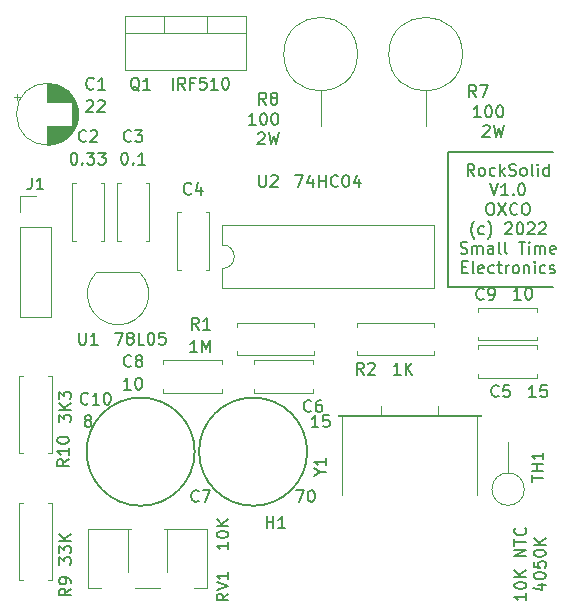
<source format=gto>
G04 #@! TF.GenerationSoftware,KiCad,Pcbnew,5.1.9+dfsg1-1*
G04 #@! TF.CreationDate,2022-09-10T10:34:51-05:00*
G04 #@! TF.ProjectId,RockSolid,526f636b-536f-46c6-9964-2e6b69636164,rev?*
G04 #@! TF.SameCoordinates,Original*
G04 #@! TF.FileFunction,Legend,Top*
G04 #@! TF.FilePolarity,Positive*
%FSLAX46Y46*%
G04 Gerber Fmt 4.6, Leading zero omitted, Abs format (unit mm)*
G04 Created by KiCad (PCBNEW 5.1.9+dfsg1-1) date 2022-09-10 10:34:51*
%MOMM*%
%LPD*%
G01*
G04 APERTURE LIST*
%ADD10C,0.150000*%
%ADD11C,0.120000*%
%ADD12O,1.702000X1.702000*%
%ADD13C,1.702000*%
%ADD14O,2.502000X2.502000*%
%ADD15C,2.502000*%
%ADD16C,2.602000*%
%ADD17C,1.602000*%
%ADD18C,1.626000*%
%ADD19O,2.007000X2.102000*%
%ADD20O,1.152000X1.602000*%
%ADD21C,2.442000*%
%ADD22O,1.802000X1.802000*%
G04 APERTURE END LIST*
D10*
X107315000Y-69215000D02*
X116205000Y-69215000D01*
X107315000Y-57785000D02*
X107315000Y-69215000D01*
X116205000Y-57785000D02*
X107315000Y-57785000D01*
X88717380Y-90860476D02*
X88717380Y-91431904D01*
X88717380Y-91146190D02*
X87717380Y-91146190D01*
X87860238Y-91241428D01*
X87955476Y-91336666D01*
X88003095Y-91431904D01*
X87717380Y-90241428D02*
X87717380Y-90146190D01*
X87765000Y-90050952D01*
X87812619Y-90003333D01*
X87907857Y-89955714D01*
X88098333Y-89908095D01*
X88336428Y-89908095D01*
X88526904Y-89955714D01*
X88622142Y-90003333D01*
X88669761Y-90050952D01*
X88717380Y-90146190D01*
X88717380Y-90241428D01*
X88669761Y-90336666D01*
X88622142Y-90384285D01*
X88526904Y-90431904D01*
X88336428Y-90479523D01*
X88098333Y-90479523D01*
X87907857Y-90431904D01*
X87812619Y-90384285D01*
X87765000Y-90336666D01*
X87717380Y-90241428D01*
X88717380Y-89479523D02*
X87717380Y-89479523D01*
X88717380Y-88908095D02*
X88145952Y-89336666D01*
X87717380Y-88908095D02*
X88288809Y-89479523D01*
X96329523Y-81097380D02*
X95758095Y-81097380D01*
X96043809Y-81097380D02*
X96043809Y-80097380D01*
X95948571Y-80240238D01*
X95853333Y-80335476D01*
X95758095Y-80383095D01*
X97234285Y-80097380D02*
X96758095Y-80097380D01*
X96710476Y-80573571D01*
X96758095Y-80525952D01*
X96853333Y-80478333D01*
X97091428Y-80478333D01*
X97186666Y-80525952D01*
X97234285Y-80573571D01*
X97281904Y-80668809D01*
X97281904Y-80906904D01*
X97234285Y-81002142D01*
X97186666Y-81049761D01*
X97091428Y-81097380D01*
X96853333Y-81097380D01*
X96758095Y-81049761D01*
X96710476Y-81002142D01*
X80454523Y-77922380D02*
X79883095Y-77922380D01*
X80168809Y-77922380D02*
X80168809Y-76922380D01*
X80073571Y-77065238D01*
X79978333Y-77160476D01*
X79883095Y-77208095D01*
X81073571Y-76922380D02*
X81168809Y-76922380D01*
X81264047Y-76970000D01*
X81311666Y-77017619D01*
X81359285Y-77112857D01*
X81406904Y-77303333D01*
X81406904Y-77541428D01*
X81359285Y-77731904D01*
X81311666Y-77827142D01*
X81264047Y-77874761D01*
X81168809Y-77922380D01*
X81073571Y-77922380D01*
X80978333Y-77874761D01*
X80930714Y-77827142D01*
X80883095Y-77731904D01*
X80835476Y-77541428D01*
X80835476Y-77303333D01*
X80883095Y-77112857D01*
X80930714Y-77017619D01*
X80978333Y-76970000D01*
X81073571Y-76922380D01*
X79883095Y-57872380D02*
X79978333Y-57872380D01*
X80073571Y-57920000D01*
X80121190Y-57967619D01*
X80168809Y-58062857D01*
X80216428Y-58253333D01*
X80216428Y-58491428D01*
X80168809Y-58681904D01*
X80121190Y-58777142D01*
X80073571Y-58824761D01*
X79978333Y-58872380D01*
X79883095Y-58872380D01*
X79787857Y-58824761D01*
X79740238Y-58777142D01*
X79692619Y-58681904D01*
X79645000Y-58491428D01*
X79645000Y-58253333D01*
X79692619Y-58062857D01*
X79740238Y-57967619D01*
X79787857Y-57920000D01*
X79883095Y-57872380D01*
X80645000Y-58777142D02*
X80692619Y-58824761D01*
X80645000Y-58872380D01*
X80597380Y-58824761D01*
X80645000Y-58777142D01*
X80645000Y-58872380D01*
X81645000Y-58872380D02*
X81073571Y-58872380D01*
X81359285Y-58872380D02*
X81359285Y-57872380D01*
X81264047Y-58015238D01*
X81168809Y-58110476D01*
X81073571Y-58158095D01*
X75596904Y-57872380D02*
X75692142Y-57872380D01*
X75787380Y-57920000D01*
X75835000Y-57967619D01*
X75882619Y-58062857D01*
X75930238Y-58253333D01*
X75930238Y-58491428D01*
X75882619Y-58681904D01*
X75835000Y-58777142D01*
X75787380Y-58824761D01*
X75692142Y-58872380D01*
X75596904Y-58872380D01*
X75501666Y-58824761D01*
X75454047Y-58777142D01*
X75406428Y-58681904D01*
X75358809Y-58491428D01*
X75358809Y-58253333D01*
X75406428Y-58062857D01*
X75454047Y-57967619D01*
X75501666Y-57920000D01*
X75596904Y-57872380D01*
X76358809Y-58777142D02*
X76406428Y-58824761D01*
X76358809Y-58872380D01*
X76311190Y-58824761D01*
X76358809Y-58777142D01*
X76358809Y-58872380D01*
X76739761Y-57872380D02*
X77358809Y-57872380D01*
X77025476Y-58253333D01*
X77168333Y-58253333D01*
X77263571Y-58300952D01*
X77311190Y-58348571D01*
X77358809Y-58443809D01*
X77358809Y-58681904D01*
X77311190Y-58777142D01*
X77263571Y-58824761D01*
X77168333Y-58872380D01*
X76882619Y-58872380D01*
X76787380Y-58824761D01*
X76739761Y-58777142D01*
X77692142Y-57872380D02*
X78311190Y-57872380D01*
X77977857Y-58253333D01*
X78120714Y-58253333D01*
X78215952Y-58300952D01*
X78263571Y-58348571D01*
X78311190Y-58443809D01*
X78311190Y-58681904D01*
X78263571Y-58777142D01*
X78215952Y-58824761D01*
X78120714Y-58872380D01*
X77835000Y-58872380D01*
X77739761Y-58824761D01*
X77692142Y-58777142D01*
X76708095Y-53522619D02*
X76755714Y-53475000D01*
X76850952Y-53427380D01*
X77089047Y-53427380D01*
X77184285Y-53475000D01*
X77231904Y-53522619D01*
X77279523Y-53617857D01*
X77279523Y-53713095D01*
X77231904Y-53855952D01*
X76660476Y-54427380D01*
X77279523Y-54427380D01*
X77660476Y-53522619D02*
X77708095Y-53475000D01*
X77803333Y-53427380D01*
X78041428Y-53427380D01*
X78136666Y-53475000D01*
X78184285Y-53522619D01*
X78231904Y-53617857D01*
X78231904Y-53713095D01*
X78184285Y-53855952D01*
X77612857Y-54427380D01*
X78231904Y-54427380D01*
X94440476Y-86447380D02*
X95107142Y-86447380D01*
X94678571Y-87447380D01*
X95678571Y-86447380D02*
X95773809Y-86447380D01*
X95869047Y-86495000D01*
X95916666Y-86542619D01*
X95964285Y-86637857D01*
X96011904Y-86828333D01*
X96011904Y-87066428D01*
X95964285Y-87256904D01*
X95916666Y-87352142D01*
X95869047Y-87399761D01*
X95773809Y-87447380D01*
X95678571Y-87447380D01*
X95583333Y-87399761D01*
X95535714Y-87352142D01*
X95488095Y-87256904D01*
X95440476Y-87066428D01*
X95440476Y-86828333D01*
X95488095Y-86637857D01*
X95535714Y-86542619D01*
X95583333Y-86495000D01*
X95678571Y-86447380D01*
X76739761Y-80525952D02*
X76644523Y-80478333D01*
X76596904Y-80430714D01*
X76549285Y-80335476D01*
X76549285Y-80287857D01*
X76596904Y-80192619D01*
X76644523Y-80145000D01*
X76739761Y-80097380D01*
X76930238Y-80097380D01*
X77025476Y-80145000D01*
X77073095Y-80192619D01*
X77120714Y-80287857D01*
X77120714Y-80335476D01*
X77073095Y-80430714D01*
X77025476Y-80478333D01*
X76930238Y-80525952D01*
X76739761Y-80525952D01*
X76644523Y-80573571D01*
X76596904Y-80621190D01*
X76549285Y-80716428D01*
X76549285Y-80906904D01*
X76596904Y-81002142D01*
X76644523Y-81049761D01*
X76739761Y-81097380D01*
X76930238Y-81097380D01*
X77025476Y-81049761D01*
X77073095Y-81002142D01*
X77120714Y-80906904D01*
X77120714Y-80716428D01*
X77073095Y-80621190D01*
X77025476Y-80573571D01*
X76930238Y-80525952D01*
X74382380Y-80684523D02*
X74382380Y-80065476D01*
X74763333Y-80398809D01*
X74763333Y-80255952D01*
X74810952Y-80160714D01*
X74858571Y-80113095D01*
X74953809Y-80065476D01*
X75191904Y-80065476D01*
X75287142Y-80113095D01*
X75334761Y-80160714D01*
X75382380Y-80255952D01*
X75382380Y-80541666D01*
X75334761Y-80636904D01*
X75287142Y-80684523D01*
X75382380Y-79636904D02*
X74382380Y-79636904D01*
X75382380Y-79065476D02*
X74810952Y-79494047D01*
X74382380Y-79065476D02*
X74953809Y-79636904D01*
X74382380Y-78732142D02*
X74382380Y-78113095D01*
X74763333Y-78446428D01*
X74763333Y-78303571D01*
X74810952Y-78208333D01*
X74858571Y-78160714D01*
X74953809Y-78113095D01*
X75191904Y-78113095D01*
X75287142Y-78160714D01*
X75334761Y-78208333D01*
X75382380Y-78303571D01*
X75382380Y-78589285D01*
X75334761Y-78684523D01*
X75287142Y-78732142D01*
X74382380Y-92749523D02*
X74382380Y-92130476D01*
X74763333Y-92463809D01*
X74763333Y-92320952D01*
X74810952Y-92225714D01*
X74858571Y-92178095D01*
X74953809Y-92130476D01*
X75191904Y-92130476D01*
X75287142Y-92178095D01*
X75334761Y-92225714D01*
X75382380Y-92320952D01*
X75382380Y-92606666D01*
X75334761Y-92701904D01*
X75287142Y-92749523D01*
X74382380Y-91797142D02*
X74382380Y-91178095D01*
X74763333Y-91511428D01*
X74763333Y-91368571D01*
X74810952Y-91273333D01*
X74858571Y-91225714D01*
X74953809Y-91178095D01*
X75191904Y-91178095D01*
X75287142Y-91225714D01*
X75334761Y-91273333D01*
X75382380Y-91368571D01*
X75382380Y-91654285D01*
X75334761Y-91749523D01*
X75287142Y-91797142D01*
X75382380Y-90749523D02*
X74382380Y-90749523D01*
X75382380Y-90178095D02*
X74810952Y-90606666D01*
X74382380Y-90178095D02*
X74953809Y-90749523D01*
X86074285Y-74747380D02*
X85502857Y-74747380D01*
X85788571Y-74747380D02*
X85788571Y-73747380D01*
X85693333Y-73890238D01*
X85598095Y-73985476D01*
X85502857Y-74033095D01*
X86502857Y-74747380D02*
X86502857Y-73747380D01*
X86836190Y-74461666D01*
X87169523Y-73747380D01*
X87169523Y-74747380D01*
X103290714Y-76652380D02*
X102719285Y-76652380D01*
X103005000Y-76652380D02*
X103005000Y-75652380D01*
X102909761Y-75795238D01*
X102814523Y-75890476D01*
X102719285Y-75938095D01*
X103719285Y-76652380D02*
X103719285Y-75652380D01*
X104290714Y-76652380D02*
X103862142Y-76080952D01*
X104290714Y-75652380D02*
X103719285Y-76223809D01*
X113474523Y-70302380D02*
X112903095Y-70302380D01*
X113188809Y-70302380D02*
X113188809Y-69302380D01*
X113093571Y-69445238D01*
X112998333Y-69540476D01*
X112903095Y-69588095D01*
X114093571Y-69302380D02*
X114188809Y-69302380D01*
X114284047Y-69350000D01*
X114331666Y-69397619D01*
X114379285Y-69492857D01*
X114426904Y-69683333D01*
X114426904Y-69921428D01*
X114379285Y-70111904D01*
X114331666Y-70207142D01*
X114284047Y-70254761D01*
X114188809Y-70302380D01*
X114093571Y-70302380D01*
X113998333Y-70254761D01*
X113950714Y-70207142D01*
X113903095Y-70111904D01*
X113855476Y-69921428D01*
X113855476Y-69683333D01*
X113903095Y-69492857D01*
X113950714Y-69397619D01*
X113998333Y-69350000D01*
X114093571Y-69302380D01*
X114744523Y-78557380D02*
X114173095Y-78557380D01*
X114458809Y-78557380D02*
X114458809Y-77557380D01*
X114363571Y-77700238D01*
X114268333Y-77795476D01*
X114173095Y-77843095D01*
X115649285Y-77557380D02*
X115173095Y-77557380D01*
X115125476Y-78033571D01*
X115173095Y-77985952D01*
X115268333Y-77938333D01*
X115506428Y-77938333D01*
X115601666Y-77985952D01*
X115649285Y-78033571D01*
X115696904Y-78128809D01*
X115696904Y-78366904D01*
X115649285Y-78462142D01*
X115601666Y-78509761D01*
X115506428Y-78557380D01*
X115268333Y-78557380D01*
X115173095Y-78509761D01*
X115125476Y-78462142D01*
X79113333Y-73112380D02*
X79780000Y-73112380D01*
X79351428Y-74112380D01*
X80303809Y-73540952D02*
X80208571Y-73493333D01*
X80160952Y-73445714D01*
X80113333Y-73350476D01*
X80113333Y-73302857D01*
X80160952Y-73207619D01*
X80208571Y-73160000D01*
X80303809Y-73112380D01*
X80494285Y-73112380D01*
X80589523Y-73160000D01*
X80637142Y-73207619D01*
X80684761Y-73302857D01*
X80684761Y-73350476D01*
X80637142Y-73445714D01*
X80589523Y-73493333D01*
X80494285Y-73540952D01*
X80303809Y-73540952D01*
X80208571Y-73588571D01*
X80160952Y-73636190D01*
X80113333Y-73731428D01*
X80113333Y-73921904D01*
X80160952Y-74017142D01*
X80208571Y-74064761D01*
X80303809Y-74112380D01*
X80494285Y-74112380D01*
X80589523Y-74064761D01*
X80637142Y-74017142D01*
X80684761Y-73921904D01*
X80684761Y-73731428D01*
X80637142Y-73636190D01*
X80589523Y-73588571D01*
X80494285Y-73540952D01*
X81589523Y-74112380D02*
X81113333Y-74112380D01*
X81113333Y-73112380D01*
X82113333Y-73112380D02*
X82208571Y-73112380D01*
X82303809Y-73160000D01*
X82351428Y-73207619D01*
X82399047Y-73302857D01*
X82446666Y-73493333D01*
X82446666Y-73731428D01*
X82399047Y-73921904D01*
X82351428Y-74017142D01*
X82303809Y-74064761D01*
X82208571Y-74112380D01*
X82113333Y-74112380D01*
X82018095Y-74064761D01*
X81970476Y-74017142D01*
X81922857Y-73921904D01*
X81875238Y-73731428D01*
X81875238Y-73493333D01*
X81922857Y-73302857D01*
X81970476Y-73207619D01*
X82018095Y-73160000D01*
X82113333Y-73112380D01*
X83351428Y-73112380D02*
X82875238Y-73112380D01*
X82827619Y-73588571D01*
X82875238Y-73540952D01*
X82970476Y-73493333D01*
X83208571Y-73493333D01*
X83303809Y-73540952D01*
X83351428Y-73588571D01*
X83399047Y-73683809D01*
X83399047Y-73921904D01*
X83351428Y-74017142D01*
X83303809Y-74064761D01*
X83208571Y-74112380D01*
X82970476Y-74112380D01*
X82875238Y-74064761D01*
X82827619Y-74017142D01*
X113927380Y-95186190D02*
X113927380Y-95757619D01*
X113927380Y-95471904D02*
X112927380Y-95471904D01*
X113070238Y-95567142D01*
X113165476Y-95662380D01*
X113213095Y-95757619D01*
X112927380Y-94567142D02*
X112927380Y-94471904D01*
X112975000Y-94376666D01*
X113022619Y-94329047D01*
X113117857Y-94281428D01*
X113308333Y-94233809D01*
X113546428Y-94233809D01*
X113736904Y-94281428D01*
X113832142Y-94329047D01*
X113879761Y-94376666D01*
X113927380Y-94471904D01*
X113927380Y-94567142D01*
X113879761Y-94662380D01*
X113832142Y-94710000D01*
X113736904Y-94757619D01*
X113546428Y-94805238D01*
X113308333Y-94805238D01*
X113117857Y-94757619D01*
X113022619Y-94710000D01*
X112975000Y-94662380D01*
X112927380Y-94567142D01*
X113927380Y-93805238D02*
X112927380Y-93805238D01*
X113927380Y-93233809D02*
X113355952Y-93662380D01*
X112927380Y-93233809D02*
X113498809Y-93805238D01*
X113927380Y-92043333D02*
X112927380Y-92043333D01*
X113927380Y-91471904D01*
X112927380Y-91471904D01*
X112927380Y-91138571D02*
X112927380Y-90567142D01*
X113927380Y-90852857D02*
X112927380Y-90852857D01*
X113832142Y-89662380D02*
X113879761Y-89710000D01*
X113927380Y-89852857D01*
X113927380Y-89948095D01*
X113879761Y-90090952D01*
X113784523Y-90186190D01*
X113689285Y-90233809D01*
X113498809Y-90281428D01*
X113355952Y-90281428D01*
X113165476Y-90233809D01*
X113070238Y-90186190D01*
X112975000Y-90090952D01*
X112927380Y-89948095D01*
X112927380Y-89852857D01*
X112975000Y-89710000D01*
X113022619Y-89662380D01*
X114910714Y-94448095D02*
X115577380Y-94448095D01*
X114529761Y-94686190D02*
X115244047Y-94924285D01*
X115244047Y-94305238D01*
X114577380Y-93733809D02*
X114577380Y-93638571D01*
X114625000Y-93543333D01*
X114672619Y-93495714D01*
X114767857Y-93448095D01*
X114958333Y-93400476D01*
X115196428Y-93400476D01*
X115386904Y-93448095D01*
X115482142Y-93495714D01*
X115529761Y-93543333D01*
X115577380Y-93638571D01*
X115577380Y-93733809D01*
X115529761Y-93829047D01*
X115482142Y-93876666D01*
X115386904Y-93924285D01*
X115196428Y-93971904D01*
X114958333Y-93971904D01*
X114767857Y-93924285D01*
X114672619Y-93876666D01*
X114625000Y-93829047D01*
X114577380Y-93733809D01*
X114577380Y-92495714D02*
X114577380Y-92971904D01*
X115053571Y-93019523D01*
X115005952Y-92971904D01*
X114958333Y-92876666D01*
X114958333Y-92638571D01*
X115005952Y-92543333D01*
X115053571Y-92495714D01*
X115148809Y-92448095D01*
X115386904Y-92448095D01*
X115482142Y-92495714D01*
X115529761Y-92543333D01*
X115577380Y-92638571D01*
X115577380Y-92876666D01*
X115529761Y-92971904D01*
X115482142Y-93019523D01*
X114577380Y-91829047D02*
X114577380Y-91733809D01*
X114625000Y-91638571D01*
X114672619Y-91590952D01*
X114767857Y-91543333D01*
X114958333Y-91495714D01*
X115196428Y-91495714D01*
X115386904Y-91543333D01*
X115482142Y-91590952D01*
X115529761Y-91638571D01*
X115577380Y-91733809D01*
X115577380Y-91829047D01*
X115529761Y-91924285D01*
X115482142Y-91971904D01*
X115386904Y-92019523D01*
X115196428Y-92067142D01*
X114958333Y-92067142D01*
X114767857Y-92019523D01*
X114672619Y-91971904D01*
X114625000Y-91924285D01*
X114577380Y-91829047D01*
X115577380Y-91067142D02*
X114577380Y-91067142D01*
X115577380Y-90495714D02*
X115005952Y-90924285D01*
X114577380Y-90495714D02*
X115148809Y-91067142D01*
X94369285Y-59777380D02*
X95035952Y-59777380D01*
X94607380Y-60777380D01*
X95845476Y-60110714D02*
X95845476Y-60777380D01*
X95607380Y-59729761D02*
X95369285Y-60444047D01*
X95988333Y-60444047D01*
X96369285Y-60777380D02*
X96369285Y-59777380D01*
X96369285Y-60253571D02*
X96940714Y-60253571D01*
X96940714Y-60777380D02*
X96940714Y-59777380D01*
X97988333Y-60682142D02*
X97940714Y-60729761D01*
X97797857Y-60777380D01*
X97702619Y-60777380D01*
X97559761Y-60729761D01*
X97464523Y-60634523D01*
X97416904Y-60539285D01*
X97369285Y-60348809D01*
X97369285Y-60205952D01*
X97416904Y-60015476D01*
X97464523Y-59920238D01*
X97559761Y-59825000D01*
X97702619Y-59777380D01*
X97797857Y-59777380D01*
X97940714Y-59825000D01*
X97988333Y-59872619D01*
X98607380Y-59777380D02*
X98702619Y-59777380D01*
X98797857Y-59825000D01*
X98845476Y-59872619D01*
X98893095Y-59967857D01*
X98940714Y-60158333D01*
X98940714Y-60396428D01*
X98893095Y-60586904D01*
X98845476Y-60682142D01*
X98797857Y-60729761D01*
X98702619Y-60777380D01*
X98607380Y-60777380D01*
X98512142Y-60729761D01*
X98464523Y-60682142D01*
X98416904Y-60586904D01*
X98369285Y-60396428D01*
X98369285Y-60158333D01*
X98416904Y-59967857D01*
X98464523Y-59872619D01*
X98512142Y-59825000D01*
X98607380Y-59777380D01*
X99797857Y-60110714D02*
X99797857Y-60777380D01*
X99559761Y-59729761D02*
X99321666Y-60444047D01*
X99940714Y-60444047D01*
X110077380Y-54872380D02*
X109505952Y-54872380D01*
X109791666Y-54872380D02*
X109791666Y-53872380D01*
X109696428Y-54015238D01*
X109601190Y-54110476D01*
X109505952Y-54158095D01*
X110696428Y-53872380D02*
X110791666Y-53872380D01*
X110886904Y-53920000D01*
X110934523Y-53967619D01*
X110982142Y-54062857D01*
X111029761Y-54253333D01*
X111029761Y-54491428D01*
X110982142Y-54681904D01*
X110934523Y-54777142D01*
X110886904Y-54824761D01*
X110791666Y-54872380D01*
X110696428Y-54872380D01*
X110601190Y-54824761D01*
X110553571Y-54777142D01*
X110505952Y-54681904D01*
X110458333Y-54491428D01*
X110458333Y-54253333D01*
X110505952Y-54062857D01*
X110553571Y-53967619D01*
X110601190Y-53920000D01*
X110696428Y-53872380D01*
X111648809Y-53872380D02*
X111744047Y-53872380D01*
X111839285Y-53920000D01*
X111886904Y-53967619D01*
X111934523Y-54062857D01*
X111982142Y-54253333D01*
X111982142Y-54491428D01*
X111934523Y-54681904D01*
X111886904Y-54777142D01*
X111839285Y-54824761D01*
X111744047Y-54872380D01*
X111648809Y-54872380D01*
X111553571Y-54824761D01*
X111505952Y-54777142D01*
X111458333Y-54681904D01*
X111410714Y-54491428D01*
X111410714Y-54253333D01*
X111458333Y-54062857D01*
X111505952Y-53967619D01*
X111553571Y-53920000D01*
X111648809Y-53872380D01*
X110267857Y-55617619D02*
X110315476Y-55570000D01*
X110410714Y-55522380D01*
X110648809Y-55522380D01*
X110744047Y-55570000D01*
X110791666Y-55617619D01*
X110839285Y-55712857D01*
X110839285Y-55808095D01*
X110791666Y-55950952D01*
X110220238Y-56522380D01*
X110839285Y-56522380D01*
X111172619Y-55522380D02*
X111410714Y-56522380D01*
X111601190Y-55808095D01*
X111791666Y-56522380D01*
X112029761Y-55522380D01*
X91027380Y-55507380D02*
X90455952Y-55507380D01*
X90741666Y-55507380D02*
X90741666Y-54507380D01*
X90646428Y-54650238D01*
X90551190Y-54745476D01*
X90455952Y-54793095D01*
X91646428Y-54507380D02*
X91741666Y-54507380D01*
X91836904Y-54555000D01*
X91884523Y-54602619D01*
X91932142Y-54697857D01*
X91979761Y-54888333D01*
X91979761Y-55126428D01*
X91932142Y-55316904D01*
X91884523Y-55412142D01*
X91836904Y-55459761D01*
X91741666Y-55507380D01*
X91646428Y-55507380D01*
X91551190Y-55459761D01*
X91503571Y-55412142D01*
X91455952Y-55316904D01*
X91408333Y-55126428D01*
X91408333Y-54888333D01*
X91455952Y-54697857D01*
X91503571Y-54602619D01*
X91551190Y-54555000D01*
X91646428Y-54507380D01*
X92598809Y-54507380D02*
X92694047Y-54507380D01*
X92789285Y-54555000D01*
X92836904Y-54602619D01*
X92884523Y-54697857D01*
X92932142Y-54888333D01*
X92932142Y-55126428D01*
X92884523Y-55316904D01*
X92836904Y-55412142D01*
X92789285Y-55459761D01*
X92694047Y-55507380D01*
X92598809Y-55507380D01*
X92503571Y-55459761D01*
X92455952Y-55412142D01*
X92408333Y-55316904D01*
X92360714Y-55126428D01*
X92360714Y-54888333D01*
X92408333Y-54697857D01*
X92455952Y-54602619D01*
X92503571Y-54555000D01*
X92598809Y-54507380D01*
X91217857Y-56252619D02*
X91265476Y-56205000D01*
X91360714Y-56157380D01*
X91598809Y-56157380D01*
X91694047Y-56205000D01*
X91741666Y-56252619D01*
X91789285Y-56347857D01*
X91789285Y-56443095D01*
X91741666Y-56585952D01*
X91170238Y-57157380D01*
X91789285Y-57157380D01*
X92122619Y-56157380D02*
X92360714Y-57157380D01*
X92551190Y-56443095D01*
X92741666Y-57157380D01*
X92979761Y-56157380D01*
X84002857Y-52522380D02*
X84002857Y-51522380D01*
X85050476Y-52522380D02*
X84717142Y-52046190D01*
X84479047Y-52522380D02*
X84479047Y-51522380D01*
X84860000Y-51522380D01*
X84955238Y-51570000D01*
X85002857Y-51617619D01*
X85050476Y-51712857D01*
X85050476Y-51855714D01*
X85002857Y-51950952D01*
X84955238Y-51998571D01*
X84860000Y-52046190D01*
X84479047Y-52046190D01*
X85812380Y-51998571D02*
X85479047Y-51998571D01*
X85479047Y-52522380D02*
X85479047Y-51522380D01*
X85955238Y-51522380D01*
X86812380Y-51522380D02*
X86336190Y-51522380D01*
X86288571Y-51998571D01*
X86336190Y-51950952D01*
X86431428Y-51903333D01*
X86669523Y-51903333D01*
X86764761Y-51950952D01*
X86812380Y-51998571D01*
X86860000Y-52093809D01*
X86860000Y-52331904D01*
X86812380Y-52427142D01*
X86764761Y-52474761D01*
X86669523Y-52522380D01*
X86431428Y-52522380D01*
X86336190Y-52474761D01*
X86288571Y-52427142D01*
X87812380Y-52522380D02*
X87240952Y-52522380D01*
X87526666Y-52522380D02*
X87526666Y-51522380D01*
X87431428Y-51665238D01*
X87336190Y-51760476D01*
X87240952Y-51808095D01*
X88431428Y-51522380D02*
X88526666Y-51522380D01*
X88621904Y-51570000D01*
X88669523Y-51617619D01*
X88717142Y-51712857D01*
X88764761Y-51903333D01*
X88764761Y-52141428D01*
X88717142Y-52331904D01*
X88669523Y-52427142D01*
X88621904Y-52474761D01*
X88526666Y-52522380D01*
X88431428Y-52522380D01*
X88336190Y-52474761D01*
X88288571Y-52427142D01*
X88240952Y-52331904D01*
X88193333Y-52141428D01*
X88193333Y-51903333D01*
X88240952Y-51712857D01*
X88288571Y-51617619D01*
X88336190Y-51570000D01*
X88431428Y-51522380D01*
X109537857Y-59827380D02*
X109204523Y-59351190D01*
X108966428Y-59827380D02*
X108966428Y-58827380D01*
X109347380Y-58827380D01*
X109442619Y-58875000D01*
X109490238Y-58922619D01*
X109537857Y-59017857D01*
X109537857Y-59160714D01*
X109490238Y-59255952D01*
X109442619Y-59303571D01*
X109347380Y-59351190D01*
X108966428Y-59351190D01*
X110109285Y-59827380D02*
X110014047Y-59779761D01*
X109966428Y-59732142D01*
X109918809Y-59636904D01*
X109918809Y-59351190D01*
X109966428Y-59255952D01*
X110014047Y-59208333D01*
X110109285Y-59160714D01*
X110252142Y-59160714D01*
X110347380Y-59208333D01*
X110395000Y-59255952D01*
X110442619Y-59351190D01*
X110442619Y-59636904D01*
X110395000Y-59732142D01*
X110347380Y-59779761D01*
X110252142Y-59827380D01*
X110109285Y-59827380D01*
X111299761Y-59779761D02*
X111204523Y-59827380D01*
X111014047Y-59827380D01*
X110918809Y-59779761D01*
X110871190Y-59732142D01*
X110823571Y-59636904D01*
X110823571Y-59351190D01*
X110871190Y-59255952D01*
X110918809Y-59208333D01*
X111014047Y-59160714D01*
X111204523Y-59160714D01*
X111299761Y-59208333D01*
X111728333Y-59827380D02*
X111728333Y-58827380D01*
X111823571Y-59446428D02*
X112109285Y-59827380D01*
X112109285Y-59160714D02*
X111728333Y-59541666D01*
X112490238Y-59779761D02*
X112633095Y-59827380D01*
X112871190Y-59827380D01*
X112966428Y-59779761D01*
X113014047Y-59732142D01*
X113061666Y-59636904D01*
X113061666Y-59541666D01*
X113014047Y-59446428D01*
X112966428Y-59398809D01*
X112871190Y-59351190D01*
X112680714Y-59303571D01*
X112585476Y-59255952D01*
X112537857Y-59208333D01*
X112490238Y-59113095D01*
X112490238Y-59017857D01*
X112537857Y-58922619D01*
X112585476Y-58875000D01*
X112680714Y-58827380D01*
X112918809Y-58827380D01*
X113061666Y-58875000D01*
X113633095Y-59827380D02*
X113537857Y-59779761D01*
X113490238Y-59732142D01*
X113442619Y-59636904D01*
X113442619Y-59351190D01*
X113490238Y-59255952D01*
X113537857Y-59208333D01*
X113633095Y-59160714D01*
X113775952Y-59160714D01*
X113871190Y-59208333D01*
X113918809Y-59255952D01*
X113966428Y-59351190D01*
X113966428Y-59636904D01*
X113918809Y-59732142D01*
X113871190Y-59779761D01*
X113775952Y-59827380D01*
X113633095Y-59827380D01*
X114537857Y-59827380D02*
X114442619Y-59779761D01*
X114395000Y-59684523D01*
X114395000Y-58827380D01*
X114918809Y-59827380D02*
X114918809Y-59160714D01*
X114918809Y-58827380D02*
X114871190Y-58875000D01*
X114918809Y-58922619D01*
X114966428Y-58875000D01*
X114918809Y-58827380D01*
X114918809Y-58922619D01*
X115823571Y-59827380D02*
X115823571Y-58827380D01*
X115823571Y-59779761D02*
X115728333Y-59827380D01*
X115537857Y-59827380D01*
X115442619Y-59779761D01*
X115395000Y-59732142D01*
X115347380Y-59636904D01*
X115347380Y-59351190D01*
X115395000Y-59255952D01*
X115442619Y-59208333D01*
X115537857Y-59160714D01*
X115728333Y-59160714D01*
X115823571Y-59208333D01*
X110871190Y-60477380D02*
X111204523Y-61477380D01*
X111537857Y-60477380D01*
X112395000Y-61477380D02*
X111823571Y-61477380D01*
X112109285Y-61477380D02*
X112109285Y-60477380D01*
X112014047Y-60620238D01*
X111918809Y-60715476D01*
X111823571Y-60763095D01*
X112823571Y-61382142D02*
X112871190Y-61429761D01*
X112823571Y-61477380D01*
X112775952Y-61429761D01*
X112823571Y-61382142D01*
X112823571Y-61477380D01*
X113490238Y-60477380D02*
X113585476Y-60477380D01*
X113680714Y-60525000D01*
X113728333Y-60572619D01*
X113775952Y-60667857D01*
X113823571Y-60858333D01*
X113823571Y-61096428D01*
X113775952Y-61286904D01*
X113728333Y-61382142D01*
X113680714Y-61429761D01*
X113585476Y-61477380D01*
X113490238Y-61477380D01*
X113395000Y-61429761D01*
X113347380Y-61382142D01*
X113299761Y-61286904D01*
X113252142Y-61096428D01*
X113252142Y-60858333D01*
X113299761Y-60667857D01*
X113347380Y-60572619D01*
X113395000Y-60525000D01*
X113490238Y-60477380D01*
X110799761Y-62127380D02*
X110990238Y-62127380D01*
X111085476Y-62175000D01*
X111180714Y-62270238D01*
X111228333Y-62460714D01*
X111228333Y-62794047D01*
X111180714Y-62984523D01*
X111085476Y-63079761D01*
X110990238Y-63127380D01*
X110799761Y-63127380D01*
X110704523Y-63079761D01*
X110609285Y-62984523D01*
X110561666Y-62794047D01*
X110561666Y-62460714D01*
X110609285Y-62270238D01*
X110704523Y-62175000D01*
X110799761Y-62127380D01*
X111561666Y-62127380D02*
X112228333Y-63127380D01*
X112228333Y-62127380D02*
X111561666Y-63127380D01*
X113180714Y-63032142D02*
X113133095Y-63079761D01*
X112990238Y-63127380D01*
X112895000Y-63127380D01*
X112752142Y-63079761D01*
X112656904Y-62984523D01*
X112609285Y-62889285D01*
X112561666Y-62698809D01*
X112561666Y-62555952D01*
X112609285Y-62365476D01*
X112656904Y-62270238D01*
X112752142Y-62175000D01*
X112895000Y-62127380D01*
X112990238Y-62127380D01*
X113133095Y-62175000D01*
X113180714Y-62222619D01*
X113799761Y-62127380D02*
X113990238Y-62127380D01*
X114085476Y-62175000D01*
X114180714Y-62270238D01*
X114228333Y-62460714D01*
X114228333Y-62794047D01*
X114180714Y-62984523D01*
X114085476Y-63079761D01*
X113990238Y-63127380D01*
X113799761Y-63127380D01*
X113704523Y-63079761D01*
X113609285Y-62984523D01*
X113561666Y-62794047D01*
X113561666Y-62460714D01*
X113609285Y-62270238D01*
X113704523Y-62175000D01*
X113799761Y-62127380D01*
X109537857Y-65158333D02*
X109490238Y-65110714D01*
X109395000Y-64967857D01*
X109347380Y-64872619D01*
X109299761Y-64729761D01*
X109252142Y-64491666D01*
X109252142Y-64301190D01*
X109299761Y-64063095D01*
X109347380Y-63920238D01*
X109395000Y-63825000D01*
X109490238Y-63682142D01*
X109537857Y-63634523D01*
X110347380Y-64729761D02*
X110252142Y-64777380D01*
X110061666Y-64777380D01*
X109966428Y-64729761D01*
X109918809Y-64682142D01*
X109871190Y-64586904D01*
X109871190Y-64301190D01*
X109918809Y-64205952D01*
X109966428Y-64158333D01*
X110061666Y-64110714D01*
X110252142Y-64110714D01*
X110347380Y-64158333D01*
X110680714Y-65158333D02*
X110728333Y-65110714D01*
X110823571Y-64967857D01*
X110871190Y-64872619D01*
X110918809Y-64729761D01*
X110966428Y-64491666D01*
X110966428Y-64301190D01*
X110918809Y-64063095D01*
X110871190Y-63920238D01*
X110823571Y-63825000D01*
X110728333Y-63682142D01*
X110680714Y-63634523D01*
X112156904Y-63872619D02*
X112204523Y-63825000D01*
X112299761Y-63777380D01*
X112537857Y-63777380D01*
X112633095Y-63825000D01*
X112680714Y-63872619D01*
X112728333Y-63967857D01*
X112728333Y-64063095D01*
X112680714Y-64205952D01*
X112109285Y-64777380D01*
X112728333Y-64777380D01*
X113347380Y-63777380D02*
X113442619Y-63777380D01*
X113537857Y-63825000D01*
X113585476Y-63872619D01*
X113633095Y-63967857D01*
X113680714Y-64158333D01*
X113680714Y-64396428D01*
X113633095Y-64586904D01*
X113585476Y-64682142D01*
X113537857Y-64729761D01*
X113442619Y-64777380D01*
X113347380Y-64777380D01*
X113252142Y-64729761D01*
X113204523Y-64682142D01*
X113156904Y-64586904D01*
X113109285Y-64396428D01*
X113109285Y-64158333D01*
X113156904Y-63967857D01*
X113204523Y-63872619D01*
X113252142Y-63825000D01*
X113347380Y-63777380D01*
X114061666Y-63872619D02*
X114109285Y-63825000D01*
X114204523Y-63777380D01*
X114442619Y-63777380D01*
X114537857Y-63825000D01*
X114585476Y-63872619D01*
X114633095Y-63967857D01*
X114633095Y-64063095D01*
X114585476Y-64205952D01*
X114014047Y-64777380D01*
X114633095Y-64777380D01*
X115014047Y-63872619D02*
X115061666Y-63825000D01*
X115156904Y-63777380D01*
X115395000Y-63777380D01*
X115490238Y-63825000D01*
X115537857Y-63872619D01*
X115585476Y-63967857D01*
X115585476Y-64063095D01*
X115537857Y-64205952D01*
X114966428Y-64777380D01*
X115585476Y-64777380D01*
X108371190Y-66379761D02*
X108514047Y-66427380D01*
X108752142Y-66427380D01*
X108847380Y-66379761D01*
X108895000Y-66332142D01*
X108942619Y-66236904D01*
X108942619Y-66141666D01*
X108895000Y-66046428D01*
X108847380Y-65998809D01*
X108752142Y-65951190D01*
X108561666Y-65903571D01*
X108466428Y-65855952D01*
X108418809Y-65808333D01*
X108371190Y-65713095D01*
X108371190Y-65617857D01*
X108418809Y-65522619D01*
X108466428Y-65475000D01*
X108561666Y-65427380D01*
X108799761Y-65427380D01*
X108942619Y-65475000D01*
X109371190Y-66427380D02*
X109371190Y-65760714D01*
X109371190Y-65855952D02*
X109418809Y-65808333D01*
X109514047Y-65760714D01*
X109656904Y-65760714D01*
X109752142Y-65808333D01*
X109799761Y-65903571D01*
X109799761Y-66427380D01*
X109799761Y-65903571D02*
X109847380Y-65808333D01*
X109942619Y-65760714D01*
X110085476Y-65760714D01*
X110180714Y-65808333D01*
X110228333Y-65903571D01*
X110228333Y-66427380D01*
X111133095Y-66427380D02*
X111133095Y-65903571D01*
X111085476Y-65808333D01*
X110990238Y-65760714D01*
X110799761Y-65760714D01*
X110704523Y-65808333D01*
X111133095Y-66379761D02*
X111037857Y-66427380D01*
X110799761Y-66427380D01*
X110704523Y-66379761D01*
X110656904Y-66284523D01*
X110656904Y-66189285D01*
X110704523Y-66094047D01*
X110799761Y-66046428D01*
X111037857Y-66046428D01*
X111133095Y-65998809D01*
X111752142Y-66427380D02*
X111656904Y-66379761D01*
X111609285Y-66284523D01*
X111609285Y-65427380D01*
X112275952Y-66427380D02*
X112180714Y-66379761D01*
X112133095Y-66284523D01*
X112133095Y-65427380D01*
X113275952Y-65427380D02*
X113847380Y-65427380D01*
X113561666Y-66427380D02*
X113561666Y-65427380D01*
X114180714Y-66427380D02*
X114180714Y-65760714D01*
X114180714Y-65427380D02*
X114133095Y-65475000D01*
X114180714Y-65522619D01*
X114228333Y-65475000D01*
X114180714Y-65427380D01*
X114180714Y-65522619D01*
X114656904Y-66427380D02*
X114656904Y-65760714D01*
X114656904Y-65855952D02*
X114704523Y-65808333D01*
X114799761Y-65760714D01*
X114942619Y-65760714D01*
X115037857Y-65808333D01*
X115085476Y-65903571D01*
X115085476Y-66427380D01*
X115085476Y-65903571D02*
X115133095Y-65808333D01*
X115228333Y-65760714D01*
X115371190Y-65760714D01*
X115466428Y-65808333D01*
X115514047Y-65903571D01*
X115514047Y-66427380D01*
X116371190Y-66379761D02*
X116275952Y-66427380D01*
X116085476Y-66427380D01*
X115990238Y-66379761D01*
X115942619Y-66284523D01*
X115942619Y-65903571D01*
X115990238Y-65808333D01*
X116085476Y-65760714D01*
X116275952Y-65760714D01*
X116371190Y-65808333D01*
X116418809Y-65903571D01*
X116418809Y-65998809D01*
X115942619Y-66094047D01*
X108490238Y-67553571D02*
X108823571Y-67553571D01*
X108966428Y-68077380D02*
X108490238Y-68077380D01*
X108490238Y-67077380D01*
X108966428Y-67077380D01*
X109537857Y-68077380D02*
X109442619Y-68029761D01*
X109395000Y-67934523D01*
X109395000Y-67077380D01*
X110299761Y-68029761D02*
X110204523Y-68077380D01*
X110014047Y-68077380D01*
X109918809Y-68029761D01*
X109871190Y-67934523D01*
X109871190Y-67553571D01*
X109918809Y-67458333D01*
X110014047Y-67410714D01*
X110204523Y-67410714D01*
X110299761Y-67458333D01*
X110347380Y-67553571D01*
X110347380Y-67648809D01*
X109871190Y-67744047D01*
X111204523Y-68029761D02*
X111109285Y-68077380D01*
X110918809Y-68077380D01*
X110823571Y-68029761D01*
X110775952Y-67982142D01*
X110728333Y-67886904D01*
X110728333Y-67601190D01*
X110775952Y-67505952D01*
X110823571Y-67458333D01*
X110918809Y-67410714D01*
X111109285Y-67410714D01*
X111204523Y-67458333D01*
X111490238Y-67410714D02*
X111871190Y-67410714D01*
X111633095Y-67077380D02*
X111633095Y-67934523D01*
X111680714Y-68029761D01*
X111775952Y-68077380D01*
X111871190Y-68077380D01*
X112204523Y-68077380D02*
X112204523Y-67410714D01*
X112204523Y-67601190D02*
X112252142Y-67505952D01*
X112299761Y-67458333D01*
X112395000Y-67410714D01*
X112490238Y-67410714D01*
X112966428Y-68077380D02*
X112871190Y-68029761D01*
X112823571Y-67982142D01*
X112775952Y-67886904D01*
X112775952Y-67601190D01*
X112823571Y-67505952D01*
X112871190Y-67458333D01*
X112966428Y-67410714D01*
X113109285Y-67410714D01*
X113204523Y-67458333D01*
X113252142Y-67505952D01*
X113299761Y-67601190D01*
X113299761Y-67886904D01*
X113252142Y-67982142D01*
X113204523Y-68029761D01*
X113109285Y-68077380D01*
X112966428Y-68077380D01*
X113728333Y-67410714D02*
X113728333Y-68077380D01*
X113728333Y-67505952D02*
X113775952Y-67458333D01*
X113871190Y-67410714D01*
X114014047Y-67410714D01*
X114109285Y-67458333D01*
X114156904Y-67553571D01*
X114156904Y-68077380D01*
X114633095Y-68077380D02*
X114633095Y-67410714D01*
X114633095Y-67077380D02*
X114585476Y-67125000D01*
X114633095Y-67172619D01*
X114680714Y-67125000D01*
X114633095Y-67077380D01*
X114633095Y-67172619D01*
X115537857Y-68029761D02*
X115442619Y-68077380D01*
X115252142Y-68077380D01*
X115156904Y-68029761D01*
X115109285Y-67982142D01*
X115061666Y-67886904D01*
X115061666Y-67601190D01*
X115109285Y-67505952D01*
X115156904Y-67458333D01*
X115252142Y-67410714D01*
X115442619Y-67410714D01*
X115537857Y-67458333D01*
X115918809Y-68029761D02*
X116014047Y-68077380D01*
X116204523Y-68077380D01*
X116299761Y-68029761D01*
X116347380Y-67934523D01*
X116347380Y-67886904D01*
X116299761Y-67791666D01*
X116204523Y-67744047D01*
X116061666Y-67744047D01*
X115966428Y-67696428D01*
X115918809Y-67601190D01*
X115918809Y-67553571D01*
X115966428Y-67458333D01*
X116061666Y-67410714D01*
X116204523Y-67410714D01*
X116299761Y-67458333D01*
D11*
X73430000Y-76740000D02*
X73760000Y-76740000D01*
X73760000Y-76740000D02*
X73760000Y-83280000D01*
X73760000Y-83280000D02*
X73430000Y-83280000D01*
X71350000Y-76740000D02*
X71020000Y-76740000D01*
X71020000Y-76740000D02*
X71020000Y-83280000D01*
X71020000Y-83280000D02*
X71350000Y-83280000D01*
X70835225Y-52885000D02*
X70835225Y-53385000D01*
X70585225Y-53135000D02*
X71085225Y-53135000D01*
X75991000Y-54326000D02*
X75991000Y-54894000D01*
X75951000Y-54092000D02*
X75951000Y-55128000D01*
X75911000Y-53933000D02*
X75911000Y-55287000D01*
X75871000Y-53805000D02*
X75871000Y-55415000D01*
X75831000Y-53695000D02*
X75831000Y-55525000D01*
X75791000Y-53599000D02*
X75791000Y-55621000D01*
X75751000Y-53512000D02*
X75751000Y-55708000D01*
X75711000Y-53432000D02*
X75711000Y-55788000D01*
X75671000Y-53359000D02*
X75671000Y-55861000D01*
X75631000Y-53291000D02*
X75631000Y-55929000D01*
X75591000Y-53227000D02*
X75591000Y-55993000D01*
X75551000Y-53167000D02*
X75551000Y-56053000D01*
X75511000Y-53110000D02*
X75511000Y-56110000D01*
X75471000Y-53056000D02*
X75471000Y-56164000D01*
X75431000Y-53005000D02*
X75431000Y-56215000D01*
X75391000Y-55650000D02*
X75391000Y-56263000D01*
X75391000Y-52957000D02*
X75391000Y-53570000D01*
X75351000Y-55650000D02*
X75351000Y-56309000D01*
X75351000Y-52911000D02*
X75351000Y-53570000D01*
X75311000Y-55650000D02*
X75311000Y-56353000D01*
X75311000Y-52867000D02*
X75311000Y-53570000D01*
X75271000Y-55650000D02*
X75271000Y-56395000D01*
X75271000Y-52825000D02*
X75271000Y-53570000D01*
X75231000Y-55650000D02*
X75231000Y-56436000D01*
X75231000Y-52784000D02*
X75231000Y-53570000D01*
X75191000Y-55650000D02*
X75191000Y-56474000D01*
X75191000Y-52746000D02*
X75191000Y-53570000D01*
X75151000Y-55650000D02*
X75151000Y-56511000D01*
X75151000Y-52709000D02*
X75151000Y-53570000D01*
X75111000Y-55650000D02*
X75111000Y-56547000D01*
X75111000Y-52673000D02*
X75111000Y-53570000D01*
X75071000Y-55650000D02*
X75071000Y-56581000D01*
X75071000Y-52639000D02*
X75071000Y-53570000D01*
X75031000Y-55650000D02*
X75031000Y-56614000D01*
X75031000Y-52606000D02*
X75031000Y-53570000D01*
X74991000Y-55650000D02*
X74991000Y-56645000D01*
X74991000Y-52575000D02*
X74991000Y-53570000D01*
X74951000Y-55650000D02*
X74951000Y-56675000D01*
X74951000Y-52545000D02*
X74951000Y-53570000D01*
X74911000Y-55650000D02*
X74911000Y-56705000D01*
X74911000Y-52515000D02*
X74911000Y-53570000D01*
X74871000Y-55650000D02*
X74871000Y-56732000D01*
X74871000Y-52488000D02*
X74871000Y-53570000D01*
X74831000Y-55650000D02*
X74831000Y-56759000D01*
X74831000Y-52461000D02*
X74831000Y-53570000D01*
X74791000Y-55650000D02*
X74791000Y-56785000D01*
X74791000Y-52435000D02*
X74791000Y-53570000D01*
X74751000Y-55650000D02*
X74751000Y-56810000D01*
X74751000Y-52410000D02*
X74751000Y-53570000D01*
X74711000Y-55650000D02*
X74711000Y-56834000D01*
X74711000Y-52386000D02*
X74711000Y-53570000D01*
X74671000Y-55650000D02*
X74671000Y-56857000D01*
X74671000Y-52363000D02*
X74671000Y-53570000D01*
X74631000Y-55650000D02*
X74631000Y-56878000D01*
X74631000Y-52342000D02*
X74631000Y-53570000D01*
X74591000Y-55650000D02*
X74591000Y-56900000D01*
X74591000Y-52320000D02*
X74591000Y-53570000D01*
X74551000Y-55650000D02*
X74551000Y-56920000D01*
X74551000Y-52300000D02*
X74551000Y-53570000D01*
X74511000Y-55650000D02*
X74511000Y-56939000D01*
X74511000Y-52281000D02*
X74511000Y-53570000D01*
X74471000Y-55650000D02*
X74471000Y-56958000D01*
X74471000Y-52262000D02*
X74471000Y-53570000D01*
X74431000Y-55650000D02*
X74431000Y-56975000D01*
X74431000Y-52245000D02*
X74431000Y-53570000D01*
X74391000Y-55650000D02*
X74391000Y-56992000D01*
X74391000Y-52228000D02*
X74391000Y-53570000D01*
X74351000Y-55650000D02*
X74351000Y-57008000D01*
X74351000Y-52212000D02*
X74351000Y-53570000D01*
X74311000Y-55650000D02*
X74311000Y-57024000D01*
X74311000Y-52196000D02*
X74311000Y-53570000D01*
X74271000Y-55650000D02*
X74271000Y-57038000D01*
X74271000Y-52182000D02*
X74271000Y-53570000D01*
X74231000Y-55650000D02*
X74231000Y-57052000D01*
X74231000Y-52168000D02*
X74231000Y-53570000D01*
X74191000Y-55650000D02*
X74191000Y-57065000D01*
X74191000Y-52155000D02*
X74191000Y-53570000D01*
X74151000Y-55650000D02*
X74151000Y-57078000D01*
X74151000Y-52142000D02*
X74151000Y-53570000D01*
X74111000Y-55650000D02*
X74111000Y-57090000D01*
X74111000Y-52130000D02*
X74111000Y-53570000D01*
X74070000Y-55650000D02*
X74070000Y-57101000D01*
X74070000Y-52119000D02*
X74070000Y-53570000D01*
X74030000Y-55650000D02*
X74030000Y-57111000D01*
X74030000Y-52109000D02*
X74030000Y-53570000D01*
X73990000Y-55650000D02*
X73990000Y-57121000D01*
X73990000Y-52099000D02*
X73990000Y-53570000D01*
X73950000Y-55650000D02*
X73950000Y-57130000D01*
X73950000Y-52090000D02*
X73950000Y-53570000D01*
X73910000Y-55650000D02*
X73910000Y-57138000D01*
X73910000Y-52082000D02*
X73910000Y-53570000D01*
X73870000Y-55650000D02*
X73870000Y-57146000D01*
X73870000Y-52074000D02*
X73870000Y-53570000D01*
X73830000Y-55650000D02*
X73830000Y-57153000D01*
X73830000Y-52067000D02*
X73830000Y-53570000D01*
X73790000Y-55650000D02*
X73790000Y-57160000D01*
X73790000Y-52060000D02*
X73790000Y-53570000D01*
X73750000Y-55650000D02*
X73750000Y-57166000D01*
X73750000Y-52054000D02*
X73750000Y-53570000D01*
X73710000Y-55650000D02*
X73710000Y-57171000D01*
X73710000Y-52049000D02*
X73710000Y-53570000D01*
X73670000Y-55650000D02*
X73670000Y-57175000D01*
X73670000Y-52045000D02*
X73670000Y-53570000D01*
X73630000Y-55650000D02*
X73630000Y-57179000D01*
X73630000Y-52041000D02*
X73630000Y-53570000D01*
X73590000Y-55650000D02*
X73590000Y-57183000D01*
X73590000Y-52037000D02*
X73590000Y-53570000D01*
X73550000Y-55650000D02*
X73550000Y-57186000D01*
X73550000Y-52034000D02*
X73550000Y-53570000D01*
X73510000Y-55650000D02*
X73510000Y-57188000D01*
X73510000Y-52032000D02*
X73510000Y-53570000D01*
X73470000Y-55650000D02*
X73470000Y-57189000D01*
X73470000Y-52031000D02*
X73470000Y-53570000D01*
X73430000Y-52030000D02*
X73430000Y-53570000D01*
X73430000Y-55650000D02*
X73430000Y-57190000D01*
X73390000Y-52030000D02*
X73390000Y-53570000D01*
X73390000Y-55650000D02*
X73390000Y-57190000D01*
X76010000Y-54610000D02*
G75*
G03*
X76010000Y-54610000I-2620000J0D01*
G01*
X71020000Y-94075000D02*
X71350000Y-94075000D01*
X71020000Y-87535000D02*
X71020000Y-94075000D01*
X71350000Y-87535000D02*
X71020000Y-87535000D01*
X73760000Y-94075000D02*
X73430000Y-94075000D01*
X73760000Y-87535000D02*
X73760000Y-94075000D01*
X73430000Y-87535000D02*
X73760000Y-87535000D01*
X96520000Y-52650000D02*
X96520000Y-55650000D01*
X99640000Y-49530000D02*
G75*
G03*
X99640000Y-49530000I-3120000J0D01*
G01*
X105410000Y-52650000D02*
X105410000Y-55650000D01*
X108530000Y-49530000D02*
G75*
G03*
X108530000Y-49530000I-3120000J0D01*
G01*
X106140000Y-75030000D02*
X106140000Y-74700000D01*
X99600000Y-75030000D02*
X106140000Y-75030000D01*
X99600000Y-74700000D02*
X99600000Y-75030000D01*
X106140000Y-72290000D02*
X106140000Y-72620000D01*
X99600000Y-72290000D02*
X106140000Y-72290000D01*
X99600000Y-72620000D02*
X99600000Y-72290000D01*
X95980000Y-74700000D02*
X95980000Y-75030000D01*
X95980000Y-75030000D02*
X89440000Y-75030000D01*
X89440000Y-75030000D02*
X89440000Y-74700000D01*
X95980000Y-72620000D02*
X95980000Y-72290000D01*
X95980000Y-72290000D02*
X89440000Y-72290000D01*
X89440000Y-72290000D02*
X89440000Y-72620000D01*
X77890000Y-60435000D02*
X78205000Y-60435000D01*
X75465000Y-60435000D02*
X75780000Y-60435000D01*
X77890000Y-65375000D02*
X78205000Y-65375000D01*
X75465000Y-65375000D02*
X75780000Y-65375000D01*
X78205000Y-65375000D02*
X78205000Y-60435000D01*
X75465000Y-65375000D02*
X75465000Y-60435000D01*
X79275000Y-65375000D02*
X79275000Y-60435000D01*
X82015000Y-65375000D02*
X82015000Y-60435000D01*
X79275000Y-65375000D02*
X79590000Y-65375000D01*
X81700000Y-65375000D02*
X82015000Y-65375000D01*
X79275000Y-60435000D02*
X79590000Y-60435000D01*
X81700000Y-60435000D02*
X82015000Y-60435000D01*
X84670000Y-67835000D02*
X84355000Y-67835000D01*
X87095000Y-67835000D02*
X86780000Y-67835000D01*
X84670000Y-62895000D02*
X84355000Y-62895000D01*
X87095000Y-62895000D02*
X86780000Y-62895000D01*
X84355000Y-62895000D02*
X84355000Y-67835000D01*
X87095000Y-62895000D02*
X87095000Y-67835000D01*
X109885000Y-74195000D02*
X114825000Y-74195000D01*
X109885000Y-76935000D02*
X114825000Y-76935000D01*
X109885000Y-74195000D02*
X109885000Y-74510000D01*
X109885000Y-76620000D02*
X109885000Y-76935000D01*
X114825000Y-74195000D02*
X114825000Y-74510000D01*
X114825000Y-76620000D02*
X114825000Y-76935000D01*
X90915000Y-75780000D02*
X90915000Y-75465000D01*
X90915000Y-78205000D02*
X90915000Y-77890000D01*
X95855000Y-75780000D02*
X95855000Y-75465000D01*
X95855000Y-78205000D02*
X95855000Y-77890000D01*
X95855000Y-75465000D02*
X90915000Y-75465000D01*
X95855000Y-78205000D02*
X90915000Y-78205000D01*
X83215000Y-75465000D02*
X88155000Y-75465000D01*
X83215000Y-78205000D02*
X88155000Y-78205000D01*
X83215000Y-75465000D02*
X83215000Y-75780000D01*
X83215000Y-77890000D02*
X83215000Y-78205000D01*
X88155000Y-75465000D02*
X88155000Y-75780000D01*
X88155000Y-77890000D02*
X88155000Y-78205000D01*
X109885000Y-71020000D02*
X114825000Y-71020000D01*
X109885000Y-73760000D02*
X114825000Y-73760000D01*
X109885000Y-71020000D02*
X109885000Y-71335000D01*
X109885000Y-73445000D02*
X109885000Y-73760000D01*
X114825000Y-71020000D02*
X114825000Y-71335000D01*
X114825000Y-73445000D02*
X114825000Y-73760000D01*
X98350000Y-86830000D02*
X98350000Y-80180000D01*
X98350000Y-80180000D02*
X109750000Y-80180000D01*
X109750000Y-80180000D02*
X109750000Y-86830000D01*
X101600000Y-80180000D02*
X101600000Y-79330000D01*
X101600000Y-79330000D02*
X101600000Y-79330000D01*
X106500000Y-80180000D02*
X106500000Y-79330000D01*
X106500000Y-79330000D02*
X106500000Y-79330000D01*
X98000000Y-80180000D02*
X98000000Y-80060000D01*
X98000000Y-80060000D02*
X110100000Y-80060000D01*
X110100000Y-80060000D02*
X110100000Y-80180000D01*
X110100000Y-80180000D02*
X98000000Y-80180000D01*
D10*
X95384050Y-83185000D02*
G75*
G03*
X95384050Y-83185000I-4579050J0D01*
G01*
X85859050Y-83185000D02*
G75*
G03*
X85859050Y-83185000I-4579050J0D01*
G01*
D11*
X88205000Y-67675000D02*
X88205000Y-69325000D01*
X88205000Y-69325000D02*
X106105000Y-69325000D01*
X106105000Y-69325000D02*
X106105000Y-64025000D01*
X106105000Y-64025000D02*
X88205000Y-64025000D01*
X88205000Y-64025000D02*
X88205000Y-65675000D01*
X88205000Y-65675000D02*
G75*
G02*
X88205000Y-67675000I0J-1000000D01*
G01*
X79970000Y-46260000D02*
X90210000Y-46260000D01*
X79970000Y-50901000D02*
X90210000Y-50901000D01*
X79970000Y-46260000D02*
X79970000Y-50901000D01*
X90210000Y-46260000D02*
X90210000Y-50901000D01*
X79970000Y-47770000D02*
X90210000Y-47770000D01*
X83240000Y-46260000D02*
X83240000Y-47770000D01*
X86941000Y-46260000D02*
X86941000Y-47770000D01*
X81175000Y-68000000D02*
X77575000Y-68000000D01*
X81213478Y-68011522D02*
G75*
G02*
X79375000Y-72450000I-1838478J-1838478D01*
G01*
X77536522Y-68011522D02*
G75*
G03*
X79375000Y-72450000I1838478J-1838478D01*
G01*
X76854000Y-94736000D02*
X76854000Y-89695000D01*
X86895000Y-94736000D02*
X86895000Y-89695000D01*
X76854000Y-89695000D02*
X80450000Y-89695000D01*
X83300000Y-89695000D02*
X86895000Y-89695000D01*
X85800000Y-94736000D02*
X86895000Y-94736000D01*
X76854000Y-94736000D02*
X77949000Y-94736000D01*
X80801000Y-94736000D02*
X82950000Y-94736000D01*
X80255000Y-93378000D02*
X80255000Y-89695000D01*
X83495000Y-93378000D02*
X83495000Y-89695000D01*
X80801000Y-94736000D02*
X82950000Y-94736000D01*
X80255000Y-89695000D02*
X80450000Y-89695000D01*
X83300000Y-89695000D02*
X83495000Y-89695000D01*
X113765000Y-86360000D02*
G75*
G03*
X113765000Y-86360000I-1370000J0D01*
G01*
X112395000Y-84990000D02*
X112395000Y-82380000D01*
X71060000Y-61535000D02*
X72390000Y-61535000D01*
X71060000Y-62865000D02*
X71060000Y-61535000D01*
X71060000Y-64135000D02*
X73720000Y-64135000D01*
X73720000Y-64135000D02*
X73720000Y-71815000D01*
X71060000Y-64135000D02*
X71060000Y-71815000D01*
X71060000Y-71815000D02*
X73720000Y-71815000D01*
D10*
X75212380Y-83827857D02*
X74736190Y-84161190D01*
X75212380Y-84399285D02*
X74212380Y-84399285D01*
X74212380Y-84018333D01*
X74260000Y-83923095D01*
X74307619Y-83875476D01*
X74402857Y-83827857D01*
X74545714Y-83827857D01*
X74640952Y-83875476D01*
X74688571Y-83923095D01*
X74736190Y-84018333D01*
X74736190Y-84399285D01*
X75212380Y-82875476D02*
X75212380Y-83446904D01*
X75212380Y-83161190D02*
X74212380Y-83161190D01*
X74355238Y-83256428D01*
X74450476Y-83351666D01*
X74498095Y-83446904D01*
X74212380Y-82256428D02*
X74212380Y-82161190D01*
X74260000Y-82065952D01*
X74307619Y-82018333D01*
X74402857Y-81970714D01*
X74593333Y-81923095D01*
X74831428Y-81923095D01*
X75021904Y-81970714D01*
X75117142Y-82018333D01*
X75164761Y-82065952D01*
X75212380Y-82161190D01*
X75212380Y-82256428D01*
X75164761Y-82351666D01*
X75117142Y-82399285D01*
X75021904Y-82446904D01*
X74831428Y-82494523D01*
X74593333Y-82494523D01*
X74402857Y-82446904D01*
X74307619Y-82399285D01*
X74260000Y-82351666D01*
X74212380Y-82256428D01*
X77303333Y-52427142D02*
X77255714Y-52474761D01*
X77112857Y-52522380D01*
X77017619Y-52522380D01*
X76874761Y-52474761D01*
X76779523Y-52379523D01*
X76731904Y-52284285D01*
X76684285Y-52093809D01*
X76684285Y-51950952D01*
X76731904Y-51760476D01*
X76779523Y-51665238D01*
X76874761Y-51570000D01*
X77017619Y-51522380D01*
X77112857Y-51522380D01*
X77255714Y-51570000D01*
X77303333Y-51617619D01*
X78255714Y-52522380D02*
X77684285Y-52522380D01*
X77970000Y-52522380D02*
X77970000Y-51522380D01*
X77874761Y-51665238D01*
X77779523Y-51760476D01*
X77684285Y-51808095D01*
X75382380Y-94781666D02*
X74906190Y-95115000D01*
X75382380Y-95353095D02*
X74382380Y-95353095D01*
X74382380Y-94972142D01*
X74430000Y-94876904D01*
X74477619Y-94829285D01*
X74572857Y-94781666D01*
X74715714Y-94781666D01*
X74810952Y-94829285D01*
X74858571Y-94876904D01*
X74906190Y-94972142D01*
X74906190Y-95353095D01*
X75382380Y-94305476D02*
X75382380Y-94115000D01*
X75334761Y-94019761D01*
X75287142Y-93972142D01*
X75144285Y-93876904D01*
X74953809Y-93829285D01*
X74572857Y-93829285D01*
X74477619Y-93876904D01*
X74430000Y-93924523D01*
X74382380Y-94019761D01*
X74382380Y-94210238D01*
X74430000Y-94305476D01*
X74477619Y-94353095D01*
X74572857Y-94400714D01*
X74810952Y-94400714D01*
X74906190Y-94353095D01*
X74953809Y-94305476D01*
X75001428Y-94210238D01*
X75001428Y-94019761D01*
X74953809Y-93924523D01*
X74906190Y-93876904D01*
X74810952Y-93829285D01*
X91908333Y-53792380D02*
X91575000Y-53316190D01*
X91336904Y-53792380D02*
X91336904Y-52792380D01*
X91717857Y-52792380D01*
X91813095Y-52840000D01*
X91860714Y-52887619D01*
X91908333Y-52982857D01*
X91908333Y-53125714D01*
X91860714Y-53220952D01*
X91813095Y-53268571D01*
X91717857Y-53316190D01*
X91336904Y-53316190D01*
X92479761Y-53220952D02*
X92384523Y-53173333D01*
X92336904Y-53125714D01*
X92289285Y-53030476D01*
X92289285Y-52982857D01*
X92336904Y-52887619D01*
X92384523Y-52840000D01*
X92479761Y-52792380D01*
X92670238Y-52792380D01*
X92765476Y-52840000D01*
X92813095Y-52887619D01*
X92860714Y-52982857D01*
X92860714Y-53030476D01*
X92813095Y-53125714D01*
X92765476Y-53173333D01*
X92670238Y-53220952D01*
X92479761Y-53220952D01*
X92384523Y-53268571D01*
X92336904Y-53316190D01*
X92289285Y-53411428D01*
X92289285Y-53601904D01*
X92336904Y-53697142D01*
X92384523Y-53744761D01*
X92479761Y-53792380D01*
X92670238Y-53792380D01*
X92765476Y-53744761D01*
X92813095Y-53697142D01*
X92860714Y-53601904D01*
X92860714Y-53411428D01*
X92813095Y-53316190D01*
X92765476Y-53268571D01*
X92670238Y-53220952D01*
X109688333Y-53157380D02*
X109355000Y-52681190D01*
X109116904Y-53157380D02*
X109116904Y-52157380D01*
X109497857Y-52157380D01*
X109593095Y-52205000D01*
X109640714Y-52252619D01*
X109688333Y-52347857D01*
X109688333Y-52490714D01*
X109640714Y-52585952D01*
X109593095Y-52633571D01*
X109497857Y-52681190D01*
X109116904Y-52681190D01*
X110021666Y-52157380D02*
X110688333Y-52157380D01*
X110259761Y-53157380D01*
X91948095Y-89662380D02*
X91948095Y-88662380D01*
X91948095Y-89138571D02*
X92519523Y-89138571D01*
X92519523Y-89662380D02*
X92519523Y-88662380D01*
X93519523Y-89662380D02*
X92948095Y-89662380D01*
X93233809Y-89662380D02*
X93233809Y-88662380D01*
X93138571Y-88805238D01*
X93043333Y-88900476D01*
X92948095Y-88948095D01*
X100163333Y-76652380D02*
X99830000Y-76176190D01*
X99591904Y-76652380D02*
X99591904Y-75652380D01*
X99972857Y-75652380D01*
X100068095Y-75700000D01*
X100115714Y-75747619D01*
X100163333Y-75842857D01*
X100163333Y-75985714D01*
X100115714Y-76080952D01*
X100068095Y-76128571D01*
X99972857Y-76176190D01*
X99591904Y-76176190D01*
X100544285Y-75747619D02*
X100591904Y-75700000D01*
X100687142Y-75652380D01*
X100925238Y-75652380D01*
X101020476Y-75700000D01*
X101068095Y-75747619D01*
X101115714Y-75842857D01*
X101115714Y-75938095D01*
X101068095Y-76080952D01*
X100496666Y-76652380D01*
X101115714Y-76652380D01*
X86193333Y-72842380D02*
X85860000Y-72366190D01*
X85621904Y-72842380D02*
X85621904Y-71842380D01*
X86002857Y-71842380D01*
X86098095Y-71890000D01*
X86145714Y-71937619D01*
X86193333Y-72032857D01*
X86193333Y-72175714D01*
X86145714Y-72270952D01*
X86098095Y-72318571D01*
X86002857Y-72366190D01*
X85621904Y-72366190D01*
X87145714Y-72842380D02*
X86574285Y-72842380D01*
X86860000Y-72842380D02*
X86860000Y-71842380D01*
X86764761Y-71985238D01*
X86669523Y-72080476D01*
X86574285Y-72128095D01*
X76668333Y-56872142D02*
X76620714Y-56919761D01*
X76477857Y-56967380D01*
X76382619Y-56967380D01*
X76239761Y-56919761D01*
X76144523Y-56824523D01*
X76096904Y-56729285D01*
X76049285Y-56538809D01*
X76049285Y-56395952D01*
X76096904Y-56205476D01*
X76144523Y-56110238D01*
X76239761Y-56015000D01*
X76382619Y-55967380D01*
X76477857Y-55967380D01*
X76620714Y-56015000D01*
X76668333Y-56062619D01*
X77049285Y-56062619D02*
X77096904Y-56015000D01*
X77192142Y-55967380D01*
X77430238Y-55967380D01*
X77525476Y-56015000D01*
X77573095Y-56062619D01*
X77620714Y-56157857D01*
X77620714Y-56253095D01*
X77573095Y-56395952D01*
X77001666Y-56967380D01*
X77620714Y-56967380D01*
X80478333Y-56872142D02*
X80430714Y-56919761D01*
X80287857Y-56967380D01*
X80192619Y-56967380D01*
X80049761Y-56919761D01*
X79954523Y-56824523D01*
X79906904Y-56729285D01*
X79859285Y-56538809D01*
X79859285Y-56395952D01*
X79906904Y-56205476D01*
X79954523Y-56110238D01*
X80049761Y-56015000D01*
X80192619Y-55967380D01*
X80287857Y-55967380D01*
X80430714Y-56015000D01*
X80478333Y-56062619D01*
X80811666Y-55967380D02*
X81430714Y-55967380D01*
X81097380Y-56348333D01*
X81240238Y-56348333D01*
X81335476Y-56395952D01*
X81383095Y-56443571D01*
X81430714Y-56538809D01*
X81430714Y-56776904D01*
X81383095Y-56872142D01*
X81335476Y-56919761D01*
X81240238Y-56967380D01*
X80954523Y-56967380D01*
X80859285Y-56919761D01*
X80811666Y-56872142D01*
X85558333Y-61317142D02*
X85510714Y-61364761D01*
X85367857Y-61412380D01*
X85272619Y-61412380D01*
X85129761Y-61364761D01*
X85034523Y-61269523D01*
X84986904Y-61174285D01*
X84939285Y-60983809D01*
X84939285Y-60840952D01*
X84986904Y-60650476D01*
X85034523Y-60555238D01*
X85129761Y-60460000D01*
X85272619Y-60412380D01*
X85367857Y-60412380D01*
X85510714Y-60460000D01*
X85558333Y-60507619D01*
X86415476Y-60745714D02*
X86415476Y-61412380D01*
X86177380Y-60364761D02*
X85939285Y-61079047D01*
X86558333Y-61079047D01*
X111593333Y-78462142D02*
X111545714Y-78509761D01*
X111402857Y-78557380D01*
X111307619Y-78557380D01*
X111164761Y-78509761D01*
X111069523Y-78414523D01*
X111021904Y-78319285D01*
X110974285Y-78128809D01*
X110974285Y-77985952D01*
X111021904Y-77795476D01*
X111069523Y-77700238D01*
X111164761Y-77605000D01*
X111307619Y-77557380D01*
X111402857Y-77557380D01*
X111545714Y-77605000D01*
X111593333Y-77652619D01*
X112498095Y-77557380D02*
X112021904Y-77557380D01*
X111974285Y-78033571D01*
X112021904Y-77985952D01*
X112117142Y-77938333D01*
X112355238Y-77938333D01*
X112450476Y-77985952D01*
X112498095Y-78033571D01*
X112545714Y-78128809D01*
X112545714Y-78366904D01*
X112498095Y-78462142D01*
X112450476Y-78509761D01*
X112355238Y-78557380D01*
X112117142Y-78557380D01*
X112021904Y-78509761D01*
X111974285Y-78462142D01*
X95718333Y-79732142D02*
X95670714Y-79779761D01*
X95527857Y-79827380D01*
X95432619Y-79827380D01*
X95289761Y-79779761D01*
X95194523Y-79684523D01*
X95146904Y-79589285D01*
X95099285Y-79398809D01*
X95099285Y-79255952D01*
X95146904Y-79065476D01*
X95194523Y-78970238D01*
X95289761Y-78875000D01*
X95432619Y-78827380D01*
X95527857Y-78827380D01*
X95670714Y-78875000D01*
X95718333Y-78922619D01*
X96575476Y-78827380D02*
X96385000Y-78827380D01*
X96289761Y-78875000D01*
X96242142Y-78922619D01*
X96146904Y-79065476D01*
X96099285Y-79255952D01*
X96099285Y-79636904D01*
X96146904Y-79732142D01*
X96194523Y-79779761D01*
X96289761Y-79827380D01*
X96480238Y-79827380D01*
X96575476Y-79779761D01*
X96623095Y-79732142D01*
X96670714Y-79636904D01*
X96670714Y-79398809D01*
X96623095Y-79303571D01*
X96575476Y-79255952D01*
X96480238Y-79208333D01*
X96289761Y-79208333D01*
X96194523Y-79255952D01*
X96146904Y-79303571D01*
X96099285Y-79398809D01*
X80478333Y-75922142D02*
X80430714Y-75969761D01*
X80287857Y-76017380D01*
X80192619Y-76017380D01*
X80049761Y-75969761D01*
X79954523Y-75874523D01*
X79906904Y-75779285D01*
X79859285Y-75588809D01*
X79859285Y-75445952D01*
X79906904Y-75255476D01*
X79954523Y-75160238D01*
X80049761Y-75065000D01*
X80192619Y-75017380D01*
X80287857Y-75017380D01*
X80430714Y-75065000D01*
X80478333Y-75112619D01*
X81049761Y-75445952D02*
X80954523Y-75398333D01*
X80906904Y-75350714D01*
X80859285Y-75255476D01*
X80859285Y-75207857D01*
X80906904Y-75112619D01*
X80954523Y-75065000D01*
X81049761Y-75017380D01*
X81240238Y-75017380D01*
X81335476Y-75065000D01*
X81383095Y-75112619D01*
X81430714Y-75207857D01*
X81430714Y-75255476D01*
X81383095Y-75350714D01*
X81335476Y-75398333D01*
X81240238Y-75445952D01*
X81049761Y-75445952D01*
X80954523Y-75493571D01*
X80906904Y-75541190D01*
X80859285Y-75636428D01*
X80859285Y-75826904D01*
X80906904Y-75922142D01*
X80954523Y-75969761D01*
X81049761Y-76017380D01*
X81240238Y-76017380D01*
X81335476Y-75969761D01*
X81383095Y-75922142D01*
X81430714Y-75826904D01*
X81430714Y-75636428D01*
X81383095Y-75541190D01*
X81335476Y-75493571D01*
X81240238Y-75445952D01*
X110323333Y-70247142D02*
X110275714Y-70294761D01*
X110132857Y-70342380D01*
X110037619Y-70342380D01*
X109894761Y-70294761D01*
X109799523Y-70199523D01*
X109751904Y-70104285D01*
X109704285Y-69913809D01*
X109704285Y-69770952D01*
X109751904Y-69580476D01*
X109799523Y-69485238D01*
X109894761Y-69390000D01*
X110037619Y-69342380D01*
X110132857Y-69342380D01*
X110275714Y-69390000D01*
X110323333Y-69437619D01*
X110799523Y-70342380D02*
X110990000Y-70342380D01*
X111085238Y-70294761D01*
X111132857Y-70247142D01*
X111228095Y-70104285D01*
X111275714Y-69913809D01*
X111275714Y-69532857D01*
X111228095Y-69437619D01*
X111180476Y-69390000D01*
X111085238Y-69342380D01*
X110894761Y-69342380D01*
X110799523Y-69390000D01*
X110751904Y-69437619D01*
X110704285Y-69532857D01*
X110704285Y-69770952D01*
X110751904Y-69866190D01*
X110799523Y-69913809D01*
X110894761Y-69961428D01*
X111085238Y-69961428D01*
X111180476Y-69913809D01*
X111228095Y-69866190D01*
X111275714Y-69770952D01*
X96496190Y-84931190D02*
X96972380Y-84931190D01*
X95972380Y-85264523D02*
X96496190Y-84931190D01*
X95972380Y-84597857D01*
X96972380Y-83740714D02*
X96972380Y-84312142D01*
X96972380Y-84026428D02*
X95972380Y-84026428D01*
X96115238Y-84121666D01*
X96210476Y-84216904D01*
X96258095Y-84312142D01*
X86193333Y-87352142D02*
X86145714Y-87399761D01*
X86002857Y-87447380D01*
X85907619Y-87447380D01*
X85764761Y-87399761D01*
X85669523Y-87304523D01*
X85621904Y-87209285D01*
X85574285Y-87018809D01*
X85574285Y-86875952D01*
X85621904Y-86685476D01*
X85669523Y-86590238D01*
X85764761Y-86495000D01*
X85907619Y-86447380D01*
X86002857Y-86447380D01*
X86145714Y-86495000D01*
X86193333Y-86542619D01*
X86526666Y-86447380D02*
X87193333Y-86447380D01*
X86764761Y-87447380D01*
X76827142Y-79097142D02*
X76779523Y-79144761D01*
X76636666Y-79192380D01*
X76541428Y-79192380D01*
X76398571Y-79144761D01*
X76303333Y-79049523D01*
X76255714Y-78954285D01*
X76208095Y-78763809D01*
X76208095Y-78620952D01*
X76255714Y-78430476D01*
X76303333Y-78335238D01*
X76398571Y-78240000D01*
X76541428Y-78192380D01*
X76636666Y-78192380D01*
X76779523Y-78240000D01*
X76827142Y-78287619D01*
X77779523Y-79192380D02*
X77208095Y-79192380D01*
X77493809Y-79192380D02*
X77493809Y-78192380D01*
X77398571Y-78335238D01*
X77303333Y-78430476D01*
X77208095Y-78478095D01*
X78398571Y-78192380D02*
X78493809Y-78192380D01*
X78589047Y-78240000D01*
X78636666Y-78287619D01*
X78684285Y-78382857D01*
X78731904Y-78573333D01*
X78731904Y-78811428D01*
X78684285Y-79001904D01*
X78636666Y-79097142D01*
X78589047Y-79144761D01*
X78493809Y-79192380D01*
X78398571Y-79192380D01*
X78303333Y-79144761D01*
X78255714Y-79097142D01*
X78208095Y-79001904D01*
X78160476Y-78811428D01*
X78160476Y-78573333D01*
X78208095Y-78382857D01*
X78255714Y-78287619D01*
X78303333Y-78240000D01*
X78398571Y-78192380D01*
X91313095Y-59777380D02*
X91313095Y-60586904D01*
X91360714Y-60682142D01*
X91408333Y-60729761D01*
X91503571Y-60777380D01*
X91694047Y-60777380D01*
X91789285Y-60729761D01*
X91836904Y-60682142D01*
X91884523Y-60586904D01*
X91884523Y-59777380D01*
X92313095Y-59872619D02*
X92360714Y-59825000D01*
X92455952Y-59777380D01*
X92694047Y-59777380D01*
X92789285Y-59825000D01*
X92836904Y-59872619D01*
X92884523Y-59967857D01*
X92884523Y-60063095D01*
X92836904Y-60205952D01*
X92265476Y-60777380D01*
X92884523Y-60777380D01*
X81184761Y-52617619D02*
X81089523Y-52570000D01*
X80994285Y-52474761D01*
X80851428Y-52331904D01*
X80756190Y-52284285D01*
X80660952Y-52284285D01*
X80708571Y-52522380D02*
X80613333Y-52474761D01*
X80518095Y-52379523D01*
X80470476Y-52189047D01*
X80470476Y-51855714D01*
X80518095Y-51665238D01*
X80613333Y-51570000D01*
X80708571Y-51522380D01*
X80899047Y-51522380D01*
X80994285Y-51570000D01*
X81089523Y-51665238D01*
X81137142Y-51855714D01*
X81137142Y-52189047D01*
X81089523Y-52379523D01*
X80994285Y-52474761D01*
X80899047Y-52522380D01*
X80708571Y-52522380D01*
X82089523Y-52522380D02*
X81518095Y-52522380D01*
X81803809Y-52522380D02*
X81803809Y-51522380D01*
X81708571Y-51665238D01*
X81613333Y-51760476D01*
X81518095Y-51808095D01*
X76073095Y-73112380D02*
X76073095Y-73921904D01*
X76120714Y-74017142D01*
X76168333Y-74064761D01*
X76263571Y-74112380D01*
X76454047Y-74112380D01*
X76549285Y-74064761D01*
X76596904Y-74017142D01*
X76644523Y-73921904D01*
X76644523Y-73112380D01*
X77644523Y-74112380D02*
X77073095Y-74112380D01*
X77358809Y-74112380D02*
X77358809Y-73112380D01*
X77263571Y-73255238D01*
X77168333Y-73350476D01*
X77073095Y-73398095D01*
X88717380Y-95210238D02*
X88241190Y-95543571D01*
X88717380Y-95781666D02*
X87717380Y-95781666D01*
X87717380Y-95400714D01*
X87765000Y-95305476D01*
X87812619Y-95257857D01*
X87907857Y-95210238D01*
X88050714Y-95210238D01*
X88145952Y-95257857D01*
X88193571Y-95305476D01*
X88241190Y-95400714D01*
X88241190Y-95781666D01*
X87717380Y-94924523D02*
X88717380Y-94591190D01*
X87717380Y-94257857D01*
X88717380Y-93400714D02*
X88717380Y-93972142D01*
X88717380Y-93686428D02*
X87717380Y-93686428D01*
X87860238Y-93781666D01*
X87955476Y-93876904D01*
X88003095Y-93972142D01*
X114387380Y-85740714D02*
X114387380Y-85169285D01*
X115387380Y-85455000D02*
X114387380Y-85455000D01*
X115387380Y-84835952D02*
X114387380Y-84835952D01*
X114863571Y-84835952D02*
X114863571Y-84264523D01*
X115387380Y-84264523D02*
X114387380Y-84264523D01*
X115387380Y-83264523D02*
X115387380Y-83835952D01*
X115387380Y-83550238D02*
X114387380Y-83550238D01*
X114530238Y-83645476D01*
X114625476Y-83740714D01*
X114673095Y-83835952D01*
X72056666Y-59987380D02*
X72056666Y-60701666D01*
X72009047Y-60844523D01*
X71913809Y-60939761D01*
X71770952Y-60987380D01*
X71675714Y-60987380D01*
X73056666Y-60987380D02*
X72485238Y-60987380D01*
X72770952Y-60987380D02*
X72770952Y-59987380D01*
X72675714Y-60130238D01*
X72580476Y-60225476D01*
X72485238Y-60273095D01*
%LPC*%
D12*
X72390000Y-83820000D03*
D13*
X72390000Y-76200000D03*
X74390000Y-54610000D03*
G36*
G01*
X71539000Y-55410000D02*
X71539000Y-53810000D01*
G75*
G02*
X71590000Y-53759000I51000J0D01*
G01*
X73190000Y-53759000D01*
G75*
G02*
X73241000Y-53810000I0J-51000D01*
G01*
X73241000Y-55410000D01*
G75*
G02*
X73190000Y-55461000I-51000J0D01*
G01*
X71590000Y-55461000D01*
G75*
G02*
X71539000Y-55410000I0J51000D01*
G01*
G37*
D12*
X72390000Y-94615000D03*
D13*
X72390000Y-86995000D03*
D14*
X96520000Y-57150000D03*
D15*
X96520000Y-49530000D03*
D14*
X105410000Y-57150000D03*
D15*
X105410000Y-49530000D03*
D16*
X92710000Y-92710000D03*
X112395000Y-48895000D03*
X74295000Y-48895000D03*
D12*
X106680000Y-73660000D03*
D13*
X99060000Y-73660000D03*
X96520000Y-73660000D03*
D12*
X88900000Y-73660000D03*
D13*
X76835000Y-60405000D03*
X76835000Y-65405000D03*
X80645000Y-65405000D03*
X80645000Y-60405000D03*
X85725000Y-67865000D03*
X85725000Y-62865000D03*
X109855000Y-75565000D03*
X114855000Y-75565000D03*
X90885000Y-76835000D03*
X95885000Y-76835000D03*
X83185000Y-76835000D03*
X88185000Y-76835000D03*
X109855000Y-72390000D03*
X114855000Y-72390000D03*
D17*
X101600000Y-78380000D03*
X106500000Y-78380000D03*
G36*
G01*
X98499000Y-94380000D02*
X98499000Y-80880000D01*
G75*
G02*
X98550000Y-80829000I51000J0D01*
G01*
X109550000Y-80829000D01*
G75*
G02*
X109601000Y-80880000I0J-51000D01*
G01*
X109601000Y-94380000D01*
G75*
G02*
X109550000Y-94431000I-51000J0D01*
G01*
X98550000Y-94431000D01*
G75*
G02*
X98499000Y-94380000I0J51000D01*
G01*
G37*
G36*
G01*
X97499000Y-88230001D02*
X97499000Y-87029999D01*
G75*
G02*
X97549999Y-86979000I50999J0D01*
G01*
X98750001Y-86979000D01*
G75*
G02*
X98801000Y-87029999I0J-50999D01*
G01*
X98801000Y-88230001D01*
G75*
G02*
X98750001Y-88281000I-50999J0D01*
G01*
X97549999Y-88281000D01*
G75*
G02*
X97499000Y-88230001I0J50999D01*
G01*
G37*
G36*
G01*
X109299000Y-88230001D02*
X109299000Y-87029999D01*
G75*
G02*
X109349999Y-86979000I50999J0D01*
G01*
X110550001Y-86979000D01*
G75*
G02*
X110601000Y-87029999I0J-50999D01*
G01*
X110601000Y-88230001D01*
G75*
G02*
X110550001Y-88281000I-50999J0D01*
G01*
X109349999Y-88281000D01*
G75*
G02*
X109299000Y-88230001I0J50999D01*
G01*
G37*
D18*
X90805000Y-85725000D03*
X90805000Y-80645000D03*
X81280000Y-80645000D03*
X81280000Y-85725000D03*
G36*
G01*
X90335000Y-71336000D02*
X88735000Y-71336000D01*
G75*
G02*
X88684000Y-71285000I0J51000D01*
G01*
X88684000Y-69685000D01*
G75*
G02*
X88735000Y-69634000I51000J0D01*
G01*
X90335000Y-69634000D01*
G75*
G02*
X90386000Y-69685000I0J-51000D01*
G01*
X90386000Y-71285000D01*
G75*
G02*
X90335000Y-71336000I-51000J0D01*
G01*
G37*
D12*
X104775000Y-62865000D03*
X92075000Y-70485000D03*
X102235000Y-62865000D03*
X94615000Y-70485000D03*
X99695000Y-62865000D03*
X97155000Y-70485000D03*
X97155000Y-62865000D03*
X99695000Y-70485000D03*
X94615000Y-62865000D03*
X102235000Y-70485000D03*
X92075000Y-62865000D03*
X104775000Y-70485000D03*
X89535000Y-62865000D03*
G36*
G01*
X81546500Y-50530000D02*
X81546500Y-48530000D01*
G75*
G02*
X81597500Y-48479000I51000J0D01*
G01*
X83502500Y-48479000D01*
G75*
G02*
X83553500Y-48530000I0J-51000D01*
G01*
X83553500Y-50530000D01*
G75*
G02*
X83502500Y-50581000I-51000J0D01*
G01*
X81597500Y-50581000D01*
G75*
G02*
X81546500Y-50530000I0J51000D01*
G01*
G37*
D19*
X85090000Y-49530000D03*
X87630000Y-49530000D03*
D20*
X79375000Y-69850000D03*
X78105000Y-69850000D03*
G36*
G01*
X81221000Y-69100000D02*
X81221000Y-70600000D01*
G75*
G02*
X81170000Y-70651000I-51000J0D01*
G01*
X80120000Y-70651000D01*
G75*
G02*
X80069000Y-70600000I0J51000D01*
G01*
X80069000Y-69100000D01*
G75*
G02*
X80120000Y-69049000I51000J0D01*
G01*
X81170000Y-69049000D01*
G75*
G02*
X81221000Y-69100000I0J-51000D01*
G01*
G37*
D21*
X84375000Y-94615000D03*
X81875000Y-89615000D03*
X79375000Y-94615000D03*
D13*
X112395000Y-86360000D03*
D12*
X112395000Y-81280000D03*
G36*
G01*
X71489000Y-63715000D02*
X71489000Y-62015000D01*
G75*
G02*
X71540000Y-61964000I51000J0D01*
G01*
X73240000Y-61964000D01*
G75*
G02*
X73291000Y-62015000I0J-51000D01*
G01*
X73291000Y-63715000D01*
G75*
G02*
X73240000Y-63766000I-51000J0D01*
G01*
X71540000Y-63766000D01*
G75*
G02*
X71489000Y-63715000I0J51000D01*
G01*
G37*
D22*
X72390000Y-65405000D03*
X72390000Y-67945000D03*
X72390000Y-70485000D03*
M02*

</source>
